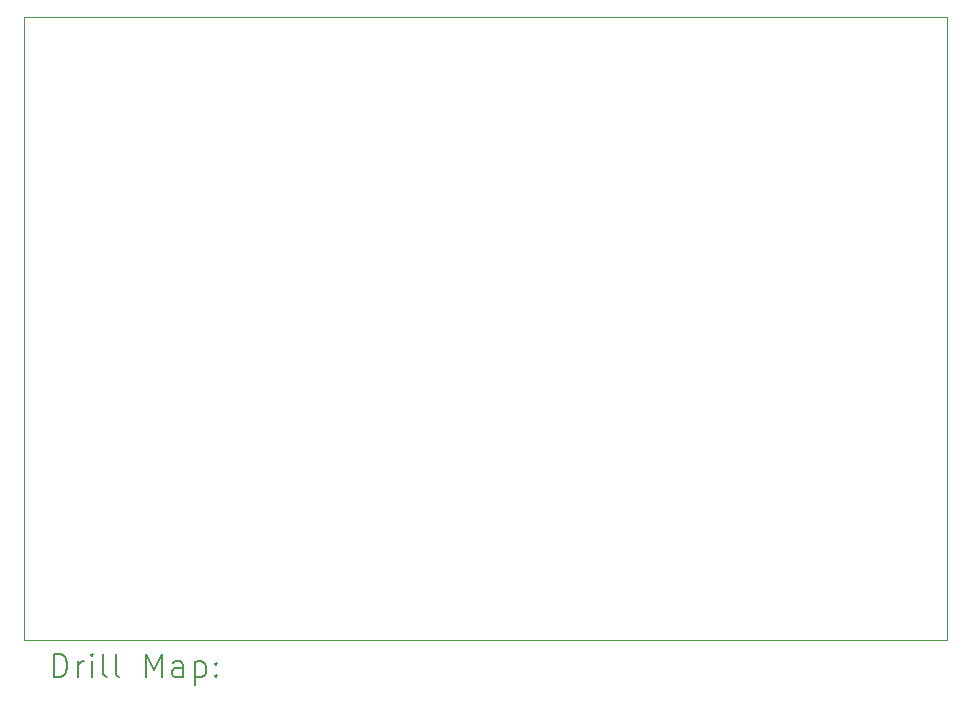
<source format=gbr>
%TF.GenerationSoftware,KiCad,Pcbnew,7.0.7*%
%TF.CreationDate,2024-02-01T19:36:25-05:00*%
%TF.ProjectId,500g Bot Design-2024-01-21,35303067-2042-46f7-9420-44657369676e,rev?*%
%TF.SameCoordinates,Original*%
%TF.FileFunction,Drillmap*%
%TF.FilePolarity,Positive*%
%FSLAX45Y45*%
G04 Gerber Fmt 4.5, Leading zero omitted, Abs format (unit mm)*
G04 Created by KiCad (PCBNEW 7.0.7) date 2024-02-01 19:36:25*
%MOMM*%
%LPD*%
G01*
G04 APERTURE LIST*
%ADD10C,0.100000*%
%ADD11C,0.200000*%
G04 APERTURE END LIST*
D10*
X5300000Y-7750000D02*
X13120000Y-7750000D01*
X13120000Y-13020000D01*
X5300000Y-13020000D01*
X5300000Y-7750000D01*
D11*
X5555777Y-13336484D02*
X5555777Y-13136484D01*
X5555777Y-13136484D02*
X5603396Y-13136484D01*
X5603396Y-13136484D02*
X5631967Y-13146008D01*
X5631967Y-13146008D02*
X5651015Y-13165055D01*
X5651015Y-13165055D02*
X5660539Y-13184103D01*
X5660539Y-13184103D02*
X5670062Y-13222198D01*
X5670062Y-13222198D02*
X5670062Y-13250769D01*
X5670062Y-13250769D02*
X5660539Y-13288865D01*
X5660539Y-13288865D02*
X5651015Y-13307912D01*
X5651015Y-13307912D02*
X5631967Y-13326960D01*
X5631967Y-13326960D02*
X5603396Y-13336484D01*
X5603396Y-13336484D02*
X5555777Y-13336484D01*
X5755777Y-13336484D02*
X5755777Y-13203150D01*
X5755777Y-13241246D02*
X5765301Y-13222198D01*
X5765301Y-13222198D02*
X5774824Y-13212674D01*
X5774824Y-13212674D02*
X5793872Y-13203150D01*
X5793872Y-13203150D02*
X5812920Y-13203150D01*
X5879586Y-13336484D02*
X5879586Y-13203150D01*
X5879586Y-13136484D02*
X5870062Y-13146008D01*
X5870062Y-13146008D02*
X5879586Y-13155531D01*
X5879586Y-13155531D02*
X5889110Y-13146008D01*
X5889110Y-13146008D02*
X5879586Y-13136484D01*
X5879586Y-13136484D02*
X5879586Y-13155531D01*
X6003396Y-13336484D02*
X5984348Y-13326960D01*
X5984348Y-13326960D02*
X5974824Y-13307912D01*
X5974824Y-13307912D02*
X5974824Y-13136484D01*
X6108158Y-13336484D02*
X6089110Y-13326960D01*
X6089110Y-13326960D02*
X6079586Y-13307912D01*
X6079586Y-13307912D02*
X6079586Y-13136484D01*
X6336729Y-13336484D02*
X6336729Y-13136484D01*
X6336729Y-13136484D02*
X6403396Y-13279341D01*
X6403396Y-13279341D02*
X6470062Y-13136484D01*
X6470062Y-13136484D02*
X6470062Y-13336484D01*
X6651015Y-13336484D02*
X6651015Y-13231722D01*
X6651015Y-13231722D02*
X6641491Y-13212674D01*
X6641491Y-13212674D02*
X6622443Y-13203150D01*
X6622443Y-13203150D02*
X6584348Y-13203150D01*
X6584348Y-13203150D02*
X6565301Y-13212674D01*
X6651015Y-13326960D02*
X6631967Y-13336484D01*
X6631967Y-13336484D02*
X6584348Y-13336484D01*
X6584348Y-13336484D02*
X6565301Y-13326960D01*
X6565301Y-13326960D02*
X6555777Y-13307912D01*
X6555777Y-13307912D02*
X6555777Y-13288865D01*
X6555777Y-13288865D02*
X6565301Y-13269817D01*
X6565301Y-13269817D02*
X6584348Y-13260293D01*
X6584348Y-13260293D02*
X6631967Y-13260293D01*
X6631967Y-13260293D02*
X6651015Y-13250769D01*
X6746253Y-13203150D02*
X6746253Y-13403150D01*
X6746253Y-13212674D02*
X6765301Y-13203150D01*
X6765301Y-13203150D02*
X6803396Y-13203150D01*
X6803396Y-13203150D02*
X6822443Y-13212674D01*
X6822443Y-13212674D02*
X6831967Y-13222198D01*
X6831967Y-13222198D02*
X6841491Y-13241246D01*
X6841491Y-13241246D02*
X6841491Y-13298388D01*
X6841491Y-13298388D02*
X6831967Y-13317436D01*
X6831967Y-13317436D02*
X6822443Y-13326960D01*
X6822443Y-13326960D02*
X6803396Y-13336484D01*
X6803396Y-13336484D02*
X6765301Y-13336484D01*
X6765301Y-13336484D02*
X6746253Y-13326960D01*
X6927205Y-13317436D02*
X6936729Y-13326960D01*
X6936729Y-13326960D02*
X6927205Y-13336484D01*
X6927205Y-13336484D02*
X6917682Y-13326960D01*
X6917682Y-13326960D02*
X6927205Y-13317436D01*
X6927205Y-13317436D02*
X6927205Y-13336484D01*
X6927205Y-13212674D02*
X6936729Y-13222198D01*
X6936729Y-13222198D02*
X6927205Y-13231722D01*
X6927205Y-13231722D02*
X6917682Y-13222198D01*
X6917682Y-13222198D02*
X6927205Y-13212674D01*
X6927205Y-13212674D02*
X6927205Y-13231722D01*
M02*

</source>
